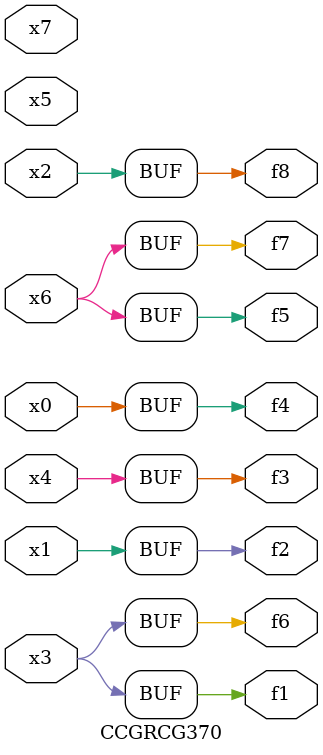
<source format=v>
module CCGRCG370(
	input x0, x1, x2, x3, x4, x5, x6, x7,
	output f1, f2, f3, f4, f5, f6, f7, f8
);
	assign f1 = x3;
	assign f2 = x1;
	assign f3 = x4;
	assign f4 = x0;
	assign f5 = x6;
	assign f6 = x3;
	assign f7 = x6;
	assign f8 = x2;
endmodule

</source>
